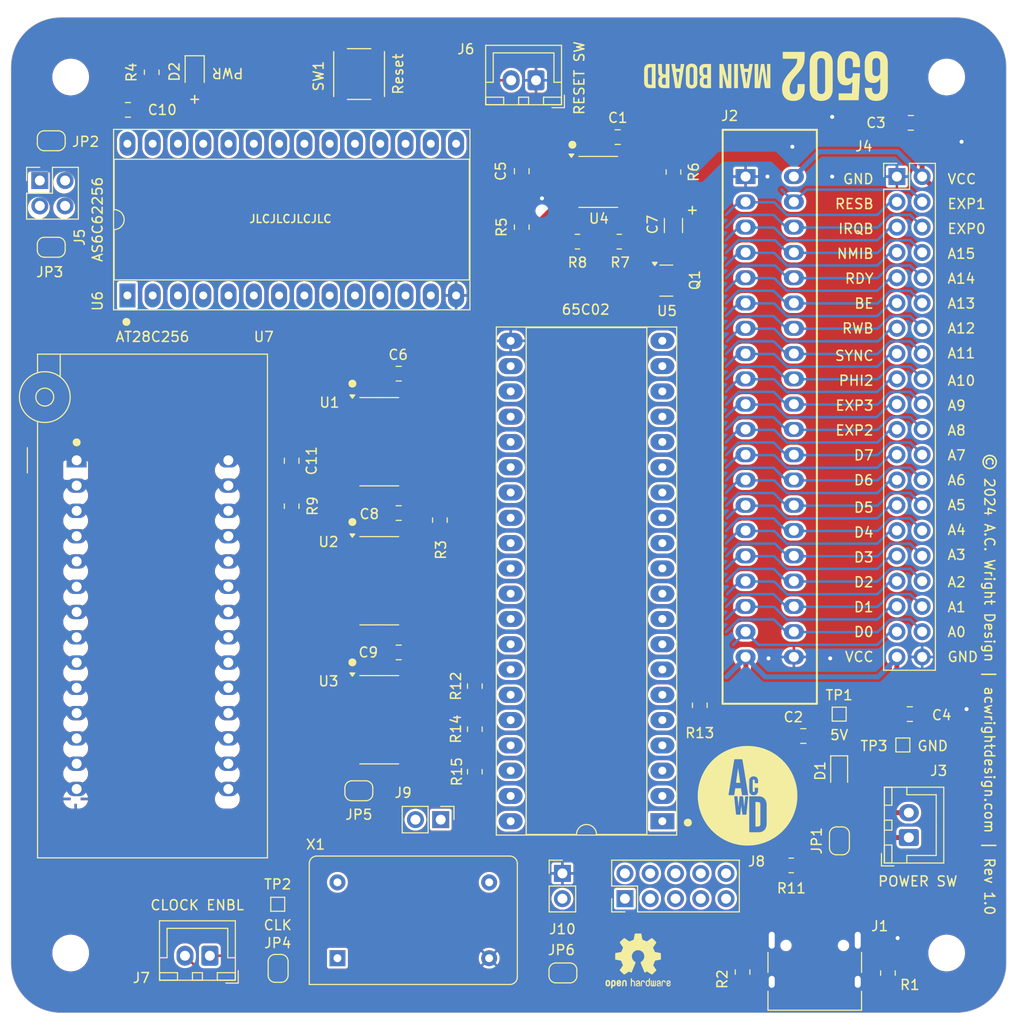
<source format=kicad_pcb>
(kicad_pcb (version 20240108) (generator "pcbnew") (generator_version "8.0")
  (title_block (title "6502 Main Board") (date "2024-04-28") (rev "1.0") (company "A.C. Wright Design"))
  (layers (0 "F.Cu" signal "Top") (31 "B.Cu" signal "Bottom") (34 "B.Paste" user) (35 "F.Paste" user) (36 "B.SilkS" user "B.Silkscreen") (37 "F.SilkS" user "F.Silkscreen") (38 "B.Mask" user) (39 "F.Mask" user) (44 "Edge.Cuts" user))
  (net 0 "")
  (net 1 "GND")
  (net 2 "Net-(D1-A)")
  (net 3 "Net-(D2-K)")
  (net 4 "WB")
  (net 5 "HRDB")
  (net 6 "EXP1")
  (net 7 "EXP0")
  (net 8 "VPB")
  (net 9 "EXP2")
  (net 10 "PHI1O")
  (net 11 "MLB")
  (net 12 "EXP3")
  (net 13 "SOB")
  (net 14 "PHI2O")
  (net 15 "A1")
  (net 16 "D1")
  (net 17 "RDY")
  (net 18 "VCC")
  (net 19 "D2")
  (net 20 "A2")
  (net 21 "IRQB")
  (net 22 "A0")
  (net 23 "A12")
  (net 24 "PHI2")
  (net 25 "A9")
  (net 26 "RESB")
  (net 27 "D6")
  (net 28 "A5")
  (net 29 "A4")
  (net 30 "A15")
  (net 31 "SYNC")
  (net 32 "A10")
  (net 33 "RWB")
  (net 34 "A7")
  (net 35 "D7")
  (net 36 "D3")
  (net 37 "A13")
  (net 38 "D5")
  (net 39 "A6")
  (net 40 "NMIB")
  (net 41 "A11")
  (net 42 "BE")
  (net 43 "D4")
  (net 44 "A14")
  (net 45 "A3")
  (net 46 "D0")
  (net 47 "A8")
  (net 48 "Net-(Q1-B)")
  (net 49 "REB")
  (net 50 "RB")
  (net 52 "Net-(J6-Pin_2)")
  (net 53 "Net-(U4-DIS)")
  (net 54 "Net-(J3-Pin_1)")
  (net 56 "Net-(J1-CC1)")
  (net 62 "Net-(J1-CC2)")
  (net 63 "Net-(J7-Pin_1)")
  (net 64 "Net-(J9-Pin_2)")
  (net 65 "Net-(U4-Q)")
  (net 66 "Net-(U1-Pad3)")
  (net 67 "Net-(U1-Pad13)")
  (net 68 "Net-(U1-Pad11)")
  (net 69 "Net-(U1-Pad10)")
  (net 70 "Net-(U2-Pad10)")
  (net 71 "Net-(U2-Pad12)")
  (net 72 "Net-(U2-Pad11)")
  (net 73 "Net-(U2-Pad3)")
  (net 74 "Net-(U3-Pad5)")
  (footprint "Capacitor_SMD:C_0805_2012Metric" (layer "F.Cu") (at 141.315 65.458 90)
    (property "Reference" "C5")
    (property "Value" "100nF" (hide yes))
  )
  (footprint "Capacitor_SMD:C_0805_2012Metric" (layer "F.Cu") (at 150.95 62.035 180)
    (property "Reference" "C1")
    (property "Value" "100nF" (hide yes))
  )
  (footprint "Capacitor_SMD:C_0805_2012Metric" (layer "F.Cu") (at 169.6 122.2 180)
    (property "Reference" "C2")
    (property "Value" "100nF" (hide yes))
  )
  (footprint "Capacitor_SMD:C_0805_2012Metric" (layer "F.Cu") (at 180.4 60.6 180)
    (property "Reference" "C3")
    (property "Value" "100nF" (hide yes))
  )
  (footprint "Capacitor_SMD:C_0805_2012Metric" (layer "F.Cu") (at 180.3 120 180)
    (property "Reference" "C4")
    (property "Value" "100nF" (hide yes))
  )
  (footprint "LED_SMD:LED_0805_2012Metric" (layer "F.Cu") (at 108.458 55.5475 -90)
    (property "Reference" "D2")
    (property "Value" "LED" (hide yes))
  )
  (footprint "MountingHole:MountingHole_3.2mm_M3" (layer "F.Cu") (at 184 56)
    (property "Reference" "H2" (hide yes))
    (property "Value" "MountingHole" (hide yes))
  )
  (footprint "MountingHole:MountingHole_3.2mm_M3" (layer "F.Cu") (at 96 144)
    (property "Reference" "H4" (hide yes))
    (property "Value" "MountingHole" (hide yes))
  )
  (footprint "Connector_USB:USB_C_Receptacle_HRO_TYPE-C-31-M-12" (layer "F.Cu") (at 170.75 145.845)
    (property "Reference" "J1")
    (property "Value" "USB_C_Receptacle_USB2.0" (hide yes))
  )
  (footprint "Connector_JST:JST_XH_B2B-XH-A_1x02_P2.50mm_Vertical" (layer "F.Cu") (at 180.2 132.4 90)
    (property "Reference" "J3")
    (property "Value" "PWR_SW" (hide yes))
  )
  (footprint "6502 Parts:RHDR40W82P485X254_2X20_5740X93" (layer "F.Cu") (at 163.8 66 -90)
    (property "Reference" "J2")
    (property "Value" "Conn_02x20_Odd_Even" (hide yes))
  )
  (footprint "Jumper:SolderJumper-2_P1.3mm_Open_RoundedPad1.0x1.5mm" (layer "F.Cu") (at 116.84 145.542 -90)
    (property "Reference" "JP4")
    (property "Value" "SolderJumper_2_Open" (hide yes))
  )
  (footprint "Resistor_SMD:R_0805_2012Metric" (layer "F.Cu") (at 178.1 146.0125 90)
    (property "Reference" "R1")
    (property "Value" "5.1k" (hide yes))
  )
  (footprint "Resistor_SMD:R_0805_2012Metric" (layer "F.Cu") (at 104.14 55.5225 90)
    (property "Reference" "R4")
    (property "Value" "330" (hide yes))
  )
  (footprint "Resistor_SMD:R_0805_2012Metric" (layer "F.Cu") (at 141.315 71.0835 -90)
    (property "Reference" "R5")
    (property "Value" "1M" (hide yes))
  )
  (footprint "Resistor_SMD:R_0805_2012Metric" (layer "F.Cu") (at 156.555 65.5425 90)
    (property "Reference" "R6")
    (property "Value" "47k" (hide yes))
  )
  (footprint "Package_SO:SOIC-8_3.9x4.9mm_P1.27mm" (layer "F.Cu") (at 149 66.535)
    (property "Reference" "U4")
    (property "Value" "LM555xM" (hide yes))
  )
  (footprint "Jumper:SolderJumper-2_P1.3mm_Open_RoundedPad1.0x1.5mm" (layer "F.Cu") (at 173.228 132.73 90)
    (property "Reference" "JP1")
    (property "Value" "SolderJumper_2_Open" (hide yes))
  )
  (footprint "MountingHole:MountingHole_3.2mm_M3" (layer "F.Cu") (at 96 56)
    (property "Reference" "H1" (hide yes))
    (property "Value" "MountingHole" (hide yes))
  )
  (footprint "MountingHole:MountingHole_3.2mm_M3" (layer "F.Cu") (at 184 144)
    (property "Reference" "H3" (hide yes))
    (property "Value" "MountingHole" (hide yes))
  )
  (footprint "Connector_JST:JST_XH_B2B-XH-A_1x02_P2.50mm_Vertical" (layer "F.Cu") (at 142.75 56.325 180)
    (property "Reference" "J6")
    (property "Value" "RESET_SW" (hide yes))
  )
  (footprint "Resistor_SMD:R_0805_2012Metric" (layer "F.Cu") (at 163.5 145.9125 90)
    (property "Reference" "R2")
    (property "Value" "5.1k" (hide yes))
  )
  (footprint "Resistor_SMD:R_0805_2012Metric" (layer "F.Cu") (at 146.9125 72.535 180)
    (property "Reference" "R8")
    (property "Value" "1k" (hide yes))
  )
  (footprint "Symbol:OSHW-Logo2_7.3x6mm_SilkScreen" (layer "F.Cu") (at 153 144.8)
    (property "Reference" "REF**" (hide yes))
    (property "Value" "OSHW-Logo2_7.3x6mm_SilkScreen" (hide yes))
  )
  (footprint "Connector_JST:JST_XH_B2B-XH-A_1x02_P2.50mm_Vertical" (layer "F.Cu") (at 109.982 144.272 180)
    (property "Reference" "J7")
    (property "Value" "CLOCK_ENBL_SW" (hide yes))
  )
  (footprint "Connector_PinHeader_2.54mm:PinHeader_2x20_P2.54mm_Vertical" (layer "F.Cu") (at 179 66)
    (property "Reference" "J4")
    (property "Value" "Conn_02x20_Odd_Even" (hide yes))
  )
  (footprint "6502 Parts:SW_TS-1187A-B-A-B" (layer "F.Cu") (at 124.975 55.7 90)
    (property "Reference" "SW1")
    (property "Value" "Reset" (hide yes))
  )
  (footprint "Capacitor_SMD:C_1206_3216Metric" (layer "F.Cu") (at 156.555 70.914 -90)
    (property "Reference" "C7")
    (property "Value" "10uF" (hide yes))
  )
  (footprint "TestPoint:TestPoint_Pad_1.0x1.0mm" (layer "F.Cu") (at 116.8 139.1)
    (property "Reference" "TP2")
    (property "Value" "CLK")
  )
  (footprint "Connector_PinHeader_2.54mm:PinHeader_1x02_P2.54mm_Vertical" (layer "F.Cu") (at 145.4 136)
    (property "Reference" "J10")
    (property "Value" "Conn_01x02" (hide yes))
  )
  (footprint "Package_TO_SOT_SMD:SOT-23" (layer "F.Cu") (at 155.8375 76.45)
    (property "Reference" "Q1")
    (property "Value" "Q_NPN_BEC" (hide yes))
  )
  (footprint "TestPoint:TestPoint_Pad_1.0x1.0mm" (layer "F.Cu") (at 179.6 123.1)
    (property "Reference" "TP3")
    (property "Value" "GND")
  )
  (footprint "Package_SO:SOIC-14_3.9x8.7mm_P1.27mm" (layer "F.Cu") (at 127 106.6)
    (property "Reference" "U2")
    (property "Value" "74HC00" (hide yes))
  )
  (footprint "Package_SO:SOIC-14_3.9x8.7mm_P1.27mm" (layer "F.Cu") (at 127 92.635)
    (property "Reference" "U1")
    (property "Value" "74HC00" (hide yes))
  )
  (footprint "Jumper:SolderJumper-2_P1.3mm_Open_RoundedPad1.0x1.5mm" (layer "F.Cu") (at 94.05 73.1)
    (property "Reference" "JP3")
    (property "Value" "SolderJumper_2_Open" (hide yes))
  )
  (footprint "6502 Logos:6502 Main Board Logo 5mm" (layer "F.Cu") (at 160.6 55.9 180)
    (property "Reference" "G***" (hide yes))
    (property "Value" "LOGO" (hide yes))
  )
  (footprint "Resistor_SMD:R_0805_2012Metric" (layer "F.Cu") (at 136.6 125.7875 90)
    (property "Reference" "R15")
    (property "Value" "1k" (hide yes))
  )
  (footprint "Resistor_SMD:R_0805_2012Metric" (layer "F.Cu") (at 159.2 119.1125 -90)
    (property "Reference" "R13")
    (property "Value" "1k" (hide yes))
  )
  (footprint "Capacitor_SMD:C_0805_2012Metric" (layer "F.Cu") (at 118.2 94.55 90)
    (property "Reference" "C11")
    (property "Value" "100nF" (hide yes))
  )
  (footprint "Capacitor_SMD:C_0805_2012Metric" (layer "F.Cu") (at 128.95 85.8 180)
    (property "Reference" "C6")
    (property "Value" "100nF" (hide yes))
  )
  (footprint "Capacitor_SMD:C_0805_2012Metric" (layer "F.Cu") (at 101.75 59.3)
    (property "Reference" "C10")
    (property "Value" "100nF" (hide yes))
  )
  (footprint "Package_SO:SOIC-14_3.9x8.7mm_P1.27mm" (layer "F.Cu") (at 127 120.565)
    (property "Reference" "U3")
    (property "Value" "74HC00" (hide yes))
  )
  (footprint "Diode_SMD:D_SOD-323F" (layer "F.Cu") (at 173.2 125.8 -90)
    (property "Reference" "D1")
    (property "Value" "1N5819" (hide yes))
  )
  (footprint "Resistor_SMD:R_0805_2012Metric" (layer "F.Cu") (at 133.0875 100.5125 -90)
    (property "Reference" "R3")
    (property "Value" "1k" (hide yes))
  )
  (footprint "Connector_PinHeader_2.54mm:PinHeader_2x05_P2.54mm_Vertical" (layer "F.Cu") (at 151.68 138.54 90)
    (property "Reference" "J8")
    (property "Value" "Conn_02x05_Odd_Even" (hide yes))
  )
  (footprint "Capacitor_SMD:C_0805_2012Metric" (layer "F.Cu") (at 128.95 99.8 180)
    (property "Reference" "C8")
    (property "Value" "100nF" (hide yes))
  )
  (footprint "Connector_PinHeader_2.54mm:PinHeader_1x02_P2.54mm_Vertical" (layer "F.Cu") (at 133.175 130.6 -90)
    (property "Reference" "J9")
    (property "Value" "Conn_02x01" (hide yes))
  )
  (footprint "Jumper:SolderJumper-2_P1.3mm_Open_RoundedPad1.0x1.5mm" (layer "F.Cu") (at 94.05 62.4)
    (property "Reference" "JP2")
    (property "Value" "SolderJumper_2_Open" (hide yes))
  )
  (footprint "A.C. Wright Logo:A.C. Wright Logo 10mm" (layer "F.Cu") (at 164 128.2)
    (property "Reference" "G***" (hide yes))
    (property "Value" "LOGO" (hide yes))
  )
  (footprint "Resistor_SMD:R_0805_2012Metric" (layer "F.Cu") (at 136.6 117.1875 90)
    (property "Reference" "R12")
    (property "Value" "1k" (hide yes))
  )
  (footprint "Resistor_SMD:R_0805_2012Metric" (layer "F.Cu") (at 151.1125 72.535)
    (property "Reference" "R7")
    (property "Value" "10k" (hide yes))
  )
  (footprint "Capacitor_SMD:C_0805_2012Metric" (layer "F.Cu") (at 128.95 113.8 180)
    (property "Reference" "C9")
    (property "Value" "100nF" (hide yes))
  )
  (footprint "TestPoint:TestPoint_Pad_1.0x1.0mm" (layer "F.Cu") (at 173.2 120)
    (property "Reference" "TP1")
    (property "Value" "5V")
  )
  (footprint "Resistor_SMD:R_0805_2012Metric" (layer "F.Cu") (at 118.2 99.1125 90)
    (property "Reference" "R9")
    (property "Value" "1k" (hide yes))
  )
  (footprint "Resistor_SMD:R_0805_2012Metric" (layer "F.Cu") (at 136.6 121.5125 -90)
    (property "Reference" "R14")
    (property "Value" "1k" (hide yes))
  )
  (footprint "Jumper:SolderJumper-2_P1.3mm_Open_RoundedPad1.0x1.5mm" (layer "F.Cu") (at 145.45 146)
    (property "Reference" "JP6")
    (property "Value" "SolderJumper_2_Open" (hide yes))
  )
  (footprint "Jumper:SolderJumper-2_P1.3mm_Open_RoundedPad1.0x1.5mm" (layer "F.Cu") (at 124.95 127.7 180)
    (property "Reference" "JP5")
    (property "Value" "SolderJumper_2_Open" (hide yes))
  )
  (footprint "Socket:DIP_Socket-28_W11.9_W12.7_W15.24_W17.78_W18.5_3M_228-1277-00-0602J" (layer "F.Cu") (at 96.6 94.5)
    (property "Reference" "U7")
    (property "Value" "AT28C256")
  )
  (footprint "Resistor_SMD:R_0805_2012Metric" (layer "F.Cu") (at 168.3875 135.2)
    (property "Reference" "R11")
    (property "Value" "1k" (hide yes))
  )
  (footprint "Package_DIP:DIP-28_W15.24mm_Socket_LongPads" (layer "F.Cu") (at 101.7 77.94 90)
    (property "Reference" "U6")
    (property "Value" "AS6C62256")
  )
  (footprint "Connector_PinHeader_2.54mm:PinHeader_2x02_P2.54mm_Vertical" (layer "F.Cu") (at 92.9 66.4)
    (property "Reference" "J5")
    (property "Value" "Conn_02x02_Odd_Even" (hide yes))
  )
  (footprint "Package_DIP:DIP-40_W15.24mm_Socket_LongPads" (layer "F.Cu") (at 155.44 130.76 180)
    (property "Reference" "U5")
    (property "Value" "65C02")
  )
  (footprint "Oscillator:Oscillator_DIP-14" (layer "F.Cu") (at 122.8 144.52)
    (property "Reference" "X1")
    (property "Value" "OCXO-14" (hide yes))
  )
  (gr_circle (center 146.4 62.8) (end 146.6 62.8) (stroke (width 0.4)) (fill none) (layer "F.SilkS"))
  (gr_circle (center 124.3 86.8) (end 124.5 86.8) (stroke (width 0.4)) (fill none) (layer "F.SilkS"))
  (gr_circle (center 158 130.9) (end 158.2 130.9) (stroke (width 0.4)) (fill none) (layer "F.SilkS"))
  (gr_circle (center 124.3 114.8) (end 124.5 114.8) (stroke (width 0.4)) (fill none) (layer "F.SilkS"))
  (gr_circle (center 124.3 100.7) (end 124.5 100.7) (stroke (width 0.4)) (fill none) (layer "F.SilkS"))
  (gr_circle (center 101.6 80.6) (end 101.8 80.6) (stroke (width 0.4)) (fill none) (layer "F.SilkS"))
  (gr_circle (center 96.6 92.7) (end 96.8 92.7) (stroke (width 0.4)) (fill none) (layer "F.SilkS"))
  (gr_line (start 90.0011 145.0036) (end 90.0011 55.0036) (stroke (width 0.05)) (layer "Edge.Cuts"))
  (gr_arc (start 95.0011 150.0036) (mid 91.465566 148.539134) (end 90.0011 145.0036) (stroke (width 0.05)) (layer "Edge.Cuts"))
  (gr_line (start 190.0011 55.0036) (end 190.0011 145.0036) (stroke (width 0.05)) (layer "Edge.Cuts"))
  (gr_arc (start 190.0011 145.0036) (mid 188.536634 148.539134) (end 185.0011 150.0036) (stroke (width 0.05)) (layer "Edge.Cuts"))
  (gr_arc (start 185.0011 50.0036) (mid 188.536634 51.468066) (end 190.0011 55.0036) (stroke (width 0.05)) (layer "Edge.Cuts"))
  (gr_line (start 95.0011 50.0036) (end 185.0011 50.0036) (stroke (width 0.05)) (layer "Edge.Cuts"))
  (gr_line (start 185.0011 150.0036) (end 95.0011 150.0036) (stroke (width 0.05)) (layer "Edge.Cuts"))
  (gr_arc (start 90.0011 55.0036) (mid 91.465566 51.468066) (end 95.0011 50.0036) (stroke (width 0.05)) (layer "Edge.Cuts"))
  (gr_text "VCC" (at 176.75 114.25 0) (layer "F.SilkS") (effects (font (size 1 1)) (justify right)))
  (gr_text "A10" (at 184 86.5 0) (layer "F.SilkS") (effects (font (size 1 1)) (justify left)))
  (gr_text "A2" (at 184 106.75 0) (layer "F.SilkS") (effects (font (size 1 1)) (justify left)))
  (gr_text "GND\n" (at 176.75 66.25 0) (layer "F.SilkS") (effects (font (size 1 1)) (justify right)))
  (gr_text "D0" (at 176.75 111.75 0) (layer "F.SilkS") (effects (font (size 1 1)) (justify right)))
  (gr_text "RWB" (at 176.75 81.25 0) (layer "F.SilkS") (effects (font (size 1 1)) (justify right)))
  (gr_text "BE" (at 176.75 78.75 0) (layer "F.SilkS") (effects (font (size 1 1)) (justify right)))
  (gr_text "RESB" (at 176.75 68.75 0) (layer "F.SilkS") (effects (font (size 1 1)) (justify right)))
  (gr_text "A3" (at 184 104 0) (layer "F.SilkS") (effects (font (size 1 1)) (justify left)))
  (gr_text "EXP2" (at 176.75 91.5 0) (layer "F.SilkS") (effects (font (size 1 1)) (justify right)))
  (gr_text "D5" (at 176.75 99.25 0) (layer "F.SilkS") (effects (font (size 1 1)) (justify right)))
  (gr_text "A13" (at 184 78.75 0) (layer "F.SilkS") (effects (font (size 1 1)) (justify left)))
  (gr_text "D2" (at 176.75 106.75 0) (layer "F.SilkS") (effects (font (size 1 1)) (justify right)))
  (gr_text "D3" (at 176.75 104.25 0) (layer "F.SilkS") (effects (font (size 1 1)) (justify right)))
  (gr_text "EXP0" (at 184 71.25 0) (layer "F.SilkS") (effects (font (size 1 1)) (justify left)))
  (gr_text "A6" (at 184 96.5 0) (layer "F.SilkS") (effects (font (size 1 1)) (justify left)))
  (gr_text "RESET SW" (at 147.1 56.1 90) (layer "F.SilkS") (effects (font (size 1 1))))
  (gr_text "A7" (at 184 94 0) (layer "F.SilkS") (effects (font (size 1 1)) (justify left)))
  (gr_text "A0" (at 184 111.75 0) (layer "F.SilkS") (effects (font (size 1 1)) (justify left)))
  (gr_text "D7" (at 176.75 94 0) (layer "F.SilkS") (effects (font (size 1 1)) (justify right)))
  (gr_text "+" (at 158.453 69.312 0) (layer "F.SilkS") (effects (font (size 1 1))))
  (gr_text "D6" (at 176.75 96.5 0) (layer "F.SilkS") (effects (font (size 1 1)) (justify right)))
  (gr_text "A11" (at 184 83.75 0) (layer "F.SilkS") (effects (font (size 1 1)) (justify left)))
  (gr_text "A12" (at 184 81.25 0) (layer "F.SilkS") (effects (font (size 1 1)) (justify left)))
  (gr_text "POWER SW" (at 181.1 136.8 0) (layer "F.SilkS") (effects (font (size 1 1))))
  (gr_text "SYNC" (at 176.75 84 0) (layer "F.SilkS") (effects (font (size 1 1)) (justify right)))
  (gr_text "D4" (at 176.75 101.75 0) (layer "F.SilkS") (effects (font (size 1 1)) (justify right)))
  (gr_text "Reset" (at 128.9 55.7 90) (layer "F.SilkS") (effects (font (size 1 1))))
  (gr_text "IRQB" (at 176.75 71.25 0) (layer "F.SilkS") (effects (font (size 1 1)) (justify right)))
  (gr_text "JLCJLCJLCJLC" (at 118.075 70.25 0) (layer "F.SilkS") (effects (font (size 0.8 0.8))))
  (gr_text "A9" (at 184 89 0) (layer "F.SilkS") (effects (font (size 1 1)) (justify left)))
  (gr_text "CLOCK ENBL" (at 108.712 139.192 0) (layer "F.SilkS") (effects (font (size 1 1))))
  (gr_text "A14" (at 184 76.25 0) (layer "F.SilkS") (effects (font (size 1 1)) (justify left)))
  (gr_text "EXP1" (at 184 68.75 0) (layer "F.SilkS") (effects (font (size 1 1)) (justify left)))
  (gr_text "GND\n" (at 184 114.25 0) (layer "F.SilkS") (effects (font (size 1 1)) (justify left)))
  (gr_text "+" (at 108.458 58.166 0) (layer "F.SilkS") (effects (font (size 1 1))))
  (gr_text "A1" (at 184 109.25 0) (layer "F.SilkS") (effects (font (size 1 1)) (justify left)))
  (gr_text "RDY" (at 176.75 76.25 0) (layer "F.SilkS") (effects (font (size 1 1)) (justify right)))
  (gr_text "A8" (at 184 91.5 0) (layer "F.SilkS") (effects (font (size 1 1)) (justify left)))
  (gr_text "NMIB" (at 176.75 73.75 0) (layer "F.SilkS") (effects (font (size 1 1)) (justify right)))
  (gr_text "D1" (at 176.75 109.25 0) (layer "F.SilkS") (effects (font (size 1 1)) (justify right)))
  (gr_text "EXP3" (at 176.75 89 0) (layer "F.SilkS") (effects (font (size 1 1)) (justify right)))
  (gr_text "VCC" (at 184 66.25 0) (layer "F.SilkS") (effects (font (size 1 1)) (justify left)))
  (gr_text "PWR" (at 110.1 55.6 180) (layer "F.SilkS") (effects (font (size 1 1)) (justify right)))
  (gr_text "A15" (at 184 73.75 0) (layer "F.SilkS") (effects (font (size 1 1)) (justify left)))
  (gr_text "PHI2" (at 176.75 86.5 0) (layer "F.SilkS") (effects (font (size 1 1)) (justify right)))
  (gr_text "© 2024 A.C. Wright Design | acwrightdesign.com | Rev 1.0" (at 188.3 117 270) (layer "F.SilkS") (effects (font (size 1 1))))
  (gr_text "A5" (at 184 99 0) (layer "F.SilkS") (effects (font (size 1 1)) (justify left)))
  (gr_text "A4" (at 184 101.5 0) (layer "F.SilkS") (effects (font (size 1 1)) (justify left)))
  (segment (start 174 141.8) (end 174.155 141.8) (width 0.25) (layer "F.Cu") (net 1))
  (via (at 172.3 114.4) (size 0.8) (drill 0.4) (layers "F.Cu" "B.Cu") (net 1))
  (via (at 179.074 142.5) (size 0.8) (drill 0.4) (layers "F.Cu" "B.Cu") (net 1))
  (via (at 166 66) (size 0.8) (drill 0.4) (layers "F.Cu" "B.Cu") (net 1))
  (via (at 166.1 114.4) (size 0.8) (drill 0.4) (layers "F.Cu" "B.Cu") (net 1))
  (via (at 172.5 60) (size 0.8) (drill 0.4) (layers "F.Cu" "B.Cu") (net 1))
  (via (at 185.5 62.5) (size 0.8) (drill 0.4) (layers "F.Cu" "B.Cu") (net 1))
  (via (at 168.5 63) (size 0.8) (drill 0.4) (layers "F.Cu" "B.Cu") (net 1))
  (via (at 186 119.5) (size 0.8) (drill 0.4) (layers "F.Cu" "B.Cu") (net 1))
  (via (at 172.5 66) (size 0.8) (drill 0.4) (layers "F.Cu" "B.Cu") (net 1))
  (segment (start 173.2 126.9) (end 173.25 126.95) (width 0.25) (layer "F.Cu") (net 2))
  (segment (start 176.8 129.9) (end 180.2 129.9) (width 0.5) (layer "F.Cu") (net 2))
  (segment (start 173.25 132.058) (end 173.228 132.08) (width 0.25) (layer "F.Cu") (net 2))
  (segment (start 174.62 132.08) (end 176.8 129.9) (width 0.5) (layer "F.Cu") (net 2))
  (segment (start 173.228 132.08) (end 174.62 132.08) (width 0.5) (layer "F.Cu") (net 2))
  (segment (start 173.25 126.95) (end 173.25 132.058) (width 0.5) (layer "F.Cu") (net 2))
  (segment (start 108.458 54.61) (end 104.14 54.61) (width 0.25) (layer "F.Cu") (net 3))
  (segment (start 168.681 68.58) (end 168.681 68.555) (width 0.25) (layer "B.Cu") (net 6))
  (segment (start 180.34 67.31) (end 181.61 68.58) (width 0.25) (layer "B.Cu") (net 6))
  (segment (start 168.681 68.555) (end 169.926 67.31) (width 0.25) (layer "B.Cu") (net 6))
  (segment (start 169.926 67.31) (end 180.34 67.31) (width 0.25) (layer "B.Cu") (net 6))
  (segment (start 167.411 67.31) (end 168.681 68.58) (width 0.25) (layer "B.Cu") (net 6))
  (segment (start 177.063174 71.12) (end 178.333174 69.85) (width 0.25) (layer "B.Cu") (net 7))
  (segment (start 166.624 69.85) (end 167.894 71.12) (width 0.25) (layer "B.Cu") (net 7))
  (segment (start 163.093174 69.85) (end 166.624 69.85) (width 0.25) (layer "B.Cu") (net 7))
  (segment (start 167.894 71.12) (end 168.681 71.12) (width 0.25) (layer "B.Cu") (net 7))
  (segment (start 178.333174 69.85) (end 180.34 69.85) (width 0.25) (layer "B.Cu") (net 7))
  (segment (start 168.681 71.12) (end 177.063174 71.12) (width 0.25) (layer "B.Cu") (net 7))
  (segment (start 180.34 69.85) (end 181.61 71.12) (width 0.25) (layer "B.Cu") (net 7))
  (segment (start 161.823174 71.12) (end 163.093174 69.85) (width 0.25) (layer "B.Cu") (net 7))
  (segment (start 166.674174 91.44) (end 167.944174 92.71) (width 0.25) (layer "B.Cu") (net 9))
  (segment (start 161.798 92.71) (end 163.068 91.44) (width 0.25) (layer "B.Cu") (net 9))
  (segment (start 167.944174 92.71) (end 177.038 92.71) (width 0.25) (layer "B.Cu") (net 9))
  (segment (start 163.83 91.44) (end 166.674174 91.44) (width 0.25) (layer "B.Cu") (net 9))
  (segment (start 178.308 91.44) (end 179.07 91.44) (width 0.25) (layer "B.Cu") (net 9))
  (segment (start 177.038 92.71) (end 178.308 91.44) (width 0.25) (layer "B.Cu") (net 9))
  (segment (start 163.068 91.44) (end 163.83 91.44) (width 0.25) (layer "B.Cu") (net 9))
  (segment (start 163.068 88.9) (end 163.83 88.9) (width 0.25) (layer "B.Cu") (net 12))
  (segment (start 163.83 88.9) (end 166.674174 88.9) (width 0.25) (layer "B.Cu") (net 12))
  (segment (start 161.798 90.17) (end 163.068 88.9) (width 0.25) (layer "B.Cu") (net 12))
  (segment (start 167.944174 90.17) (end 176.9745 90.17) (width 0.25) (layer "B.Cu") (net 12))
  (segment (start 178.2445 88.9) (end 179.07 88.9) (width 0.25) (layer "B.Cu") (net 12))
  (segment (start 176.9745 90.17) (end 178.2445 88.9) (width 0.25) (layer "B.Cu") (net 12))
  (segment (start 166.674174 88.9) (end 167.944174 90.17) (width 0.25) (layer "B.Cu") (net 12))
  (segment (start 163.093174 107.95) (end 166.624 107.95) (width 0.25) (layer "B.Cu") (net 15))
  (segment (start 161.823174 109.22) (end 163.093174 107.95) (width 0.25) (layer "B.Cu") (net 15))
  (segment (start 177.063174 109.22) (end 178.333174 107.95) (width 0.25) (layer "B.Cu") (net 15))
  (segment (start 168.681 109.22) (end 177.063174 109.22) (width 0.25) (layer "B.Cu") (net 15))
  (segment (start 178.333174 107.95) (end 180.34 107.95) (width 0.25) (layer "B.Cu") (net 15))
  (segment (start 180.34 107.95) (end 181.61 109.22) (width 0.25) (layer "B.Cu") (net 15))
  (segment (start 167.894 109.22) (end 168.681 109.22) (width 0.25) (layer "B.Cu") (net 15))
  (segment (start 166.624 107.95) (end 167.894 109.22) (width 0.25) (layer "B.Cu") (net 15))
  (segment (start 178.308 109.22) (end 179.07 109.22) (width 0.25) (layer "B.Cu") (net 16))
  (segment (start 163.83 109.22) (end 166.674174 109.22) (width 0.25) (layer "B.Cu") (net 16))
  (segment (start 166.674174 109.22) (end 167.944174 110.49) (width 0.25) (layer "B.Cu") (net 16))
  (segment (start 161.798 110.49) (end 163.068 109.22) (width 0.25) (layer "B.Cu") (net 16))
  (segment (start 177.038 110.49) (end 178.308 109.22) (width 0.25) (layer "B.Cu") (net 16))
  (segment (start 167.944174 110.49) (end 177.038 110.49) (width 0.25) (layer "B.Cu") (net 16))
  (segment (start 163.068 109.22) (end 163.83 109.22) (width 0.25) (layer "B.Cu") (net 16))
  (segment (start 167.944174 77.47) (end 177.038 77.47) (width 0.25) (layer "B.Cu") (net 17))
  (segment (start 163.068 76.2) (end 163.83 76.2) (width 0.25) (layer "B.Cu") (net 17))
  (segment (start 166.674174 76.2) (end 167.944174 77.47) (width 0.25) (layer "B.Cu") (net 17))
  (segment (start 161.798 77.47) (end 163.068 76.2) (width 0.25) (layer "B.Cu") (net 17))
  (segment (start 178.308 76.2) (end 179.07 76.2) (width 0.25) (layer "B.Cu") (net 17))
  (segment (start 177.038 77.47) (end 178.308 76.2) (width 0.25) (layer "B.Cu") (net 17))
  (segment (start 163.83 76.2) (end 166.674174 76.2) (width 0.25) (layer "B.Cu") (net 17))
  (segment (start 179.456 116.708) (end 179 116.252) (width 0.5) (layer "F.Cu") (net 18))
  (segment (start 179.35 116.814) (end 179.35 120) (width 0.5) (layer "F.Cu") (net 18))
  (segment (start 181.54 60.79) (end 181.35 60.6) (width 0.5) (layer "F.Cu") (net 18))
  (segment (start 146.525 68.44) (end 145.125 68.44) (width 0.5) (layer "F.Cu") (net 18))
  (segment (start 173.2 120) (end 179.35 120) (width 0.5) (layer "F.Cu") (net 18))
  (segment (start 141.569 71.996) (end 141.315 71.996) (width 0.5) (layer "F.Cu") (net 18))
  (segment (start 168.681 66.04) (end 168.656 66.04) (width 0.5) (layer "F.Cu") (net 18))
  (segment (start 179 116.252) (end 179 114.37) (width 0.5) (layer "F.Cu") (net 18))
  (segment (start 156.555 64.63) (end 151.475 64.63) (width 0.5) (layer "F.Cu") (net 18))
  (segment (start 165.5 122.2) (end 168.65 122.2) (width 0.5) (layer "F.Cu") (net 18))
  (segment (start 183.774 116.708) (end 184.404 116.078) (width 0.5) (layer "F.Cu") (net 18))
  (segment (start 179 114.37) (end 179.07 114.3) (width 0.5) (layer "F.Cu") (net 18))
  (segment (start 148.173 68.44) (end 146.525 68.44) (width 0.5) (layer "F.Cu") (net 18))
  (segment (start 151.475 64.63) (end 149.951 64.63) (width 0.5) (layer "F.Cu") (net 18))
  (segment (start 184.404 116.078) (end 184.404 68.834) (width 0.5) (layer "F.Cu") (net 18))
  (segment (start 163.83 114.3) (end 163.83 120.53) (width 0.5) (layer "F.Cu") (net 18))
  (segment (start 149.951 64.63) (end 149.189 65.392) (width 0.5) (layer "F.Cu") (net 18))
  (segment (start 184.404 68.834) (end 181.61 66.04) (width 0.5) (layer "F.Cu") (net 18))
  (segment (start 163.83 120.53) (end 165.5 122.2) (width 0.5) (layer "F.Cu") (net 18))
  (segment (start 181.54 66) (end 181.54 60.79) (width 0.5) (layer "F.Cu") (net 18))
  (segment (start 149.189 67.424) (end 148.173 68.44) (width 0.5) (layer "F.Cu") (net 18))
  (segment (start 145.125 68.44) (end 141.569 71.996) (width 0.5) (layer "F.Cu") (net 18))
  (segment (start 179.456 116.708) (end 179.35 116.814) (width 0.5) (layer "F.Cu") (net 18))
  (segment (start 179.456 116.708) (end 183.774 116.708) (width 0.5) (layer "F.Cu") (net 18))
  (segment (start 173.2 124.7) (end 173.2 120) (width 0.5) (layer "F.Cu") (net 18))
  (segment (start 149.189 65.392) (end 149.189 67.424) (width 0.5) (layer "F.Cu") (net 18))
  (segment (start 179.07 63.5) (end 181.61 66.04) (width 0.5) (layer "B.Cu") (net 18))
  (segment (start 163.83 114.3) (end 165.78 116.25) (width 0.5) (layer "B.Cu") (net 18))
  (segment (start 165.78 116.25) (end 177.12 116.25) (width 0.5) (layer "B.Cu") (net 18))
  (segment (start 177.12 116.25) (end 179.07 114.3) (width 0.5) (layer "B.Cu") (net 18))
  (segment (start 168.656 66.015) (end 168.681 66.04) (width 0.5) (layer "B.Cu") (net 18))
  (segment (start 168.681 66.015) (end 171.196 63.5) (width 0.5) (layer "B.Cu") (net 18))
  (segment (start 171.196 63.5) (end 179.07 63.5) (width 0.5) (layer "B.Cu") (net 18))
  (segment (start 168.681 66.04) (end 168.681 66.015) (width 0.5) (layer "B.Cu") (net 18))
  (segment (start 161.88 116.25) (end 163.83 114.3) (width 0.5) (layer "B.Cu") (net 18))
  (segment (start 163.195 106.68) (end 163.83 106.68) (width 0.25) (layer "B.Cu") (net 19))
  (segment (start 163.83 106.68) (end 166.674174 106.68) (width 0.25) (layer "B.Cu") (net 19))
  (segment (start 166.674174 106.68) (end 167.944174 107.95) (width 0.25) (layer "B.Cu") (net 19))
  (segment (start 177.038 107.95) (end 178.308 106.68) (width 0.25) (layer "B.Cu") (net 19))
  (segment (start 178.308 106.68) (end 179.07 106.68) (width 0.25) (layer "B.Cu") (net 19))
  (segment (start 161.925 107.95) (end 163.195 106.68) (width 0.25) (layer "B.Cu") (net 19))
  (segment (start 167.944174 107.95) (end 177.038 107.95) (width 0.25) (layer "B.Cu") (net 19))
  (segment (start 163.093174 105.41) (end 166.6365 105.41) (width 0.25) (layer "B.Cu") (net 20))
  (segment (start 180.34 105.41) (end 181.61 106.68) (width 0.25) (layer "B.Cu") (net 20))
  (segment (start 168.681 106.68) (end 177.063174 106.68) (width 0.25) (layer "B.Cu") (net 20))
  (segment (start 178.333174 105.41) (end 180.34 105.41) (width 0.25) (layer "B.Cu") (net 20))
  (segment (start 161.823174 106.68) (end 163.093174 105.41) (width 0.25) (layer "B.Cu") (net 20))
  (segment (start 167.9065 106.68) (end 168.681 106.68) (width 0.25) (layer "B.Cu") (net 20))
  (segment (start 166.6365 105.41) (end 167.9065 106.68) (width 0.25) (layer "B.Cu") (net 20))
  (segment (start 177.063174 106.68) (end 178.333174 105.41) (width 0.25) (layer "B.Cu") (net 20))
  (segment (start 166.674174 71.12) (end 167.944174 72.39) (width 0.25) (layer "B.Cu") (net 21))
  (segment (start 161.798 72.39) (end 163.068 71.12) (width 0.25) (layer "B.Cu") (net 21))
  (segment (start 163.83 71.12) (end 166.674174 71.12) (width 0.25) (layer "B.Cu") (net 21))
  (segment (start 163.068 71.12) (end 163.83 71.12) (width 0.25) (layer "B.Cu") (net 21))
  (segment (start 177.038 72.39) (end 178.308 71.12) (width 0.25) (layer "B.Cu") (net 21))
  (segment (start 167.944174 72.39) (end 177.038 72.39) (width 0.25) (layer "B.Cu") (net 21))
  (segment (start 178.308 71.12) (end 179.07 71.12) (width 0.25) (layer "B.Cu") (net 21))
  (segment (start 167.9065 111.76) (end 168.681 111.76) (width 0.25) (layer "B.Cu") (net 22))
  (segment (start 163.093174 110.49) (end 166.6365 110.49) (width 0.25) (layer "B.Cu") (net 22))
  (segment (start 177.063174 111.76) (end 178.333174 110.49) (width 0.25) (layer "B.Cu") (net 22))
  (segment (start 180.34 110.49) (end 181.61 111.76) (width 0.25) (layer "B.Cu") (net 22))
  (segment (start 168.681 111.76) (end 177.063174 111.76) (width 0.25) (layer "B.Cu") (net 22))
  (segment (start 161.823174 111.76) (end 163.093174 110.49) (width 0.25) (layer "B.Cu") (net 22))
  (segment (start 178.333174 110.49) (end 180.34 110.49) (width 0.25) (layer "B.Cu") (net 22))
  (segment (start 166.6365 110.49) (end 167.9065 111.76) (width 0.25) (layer "B.Cu") (net 22))
  (segment (start 168.681 81.28) (end 177.063174 81.28) (width 0.25) (layer "B.Cu") (net 23))
  (segment (start 180.34 80.01) (end 181.61 81.28) (width 0.25) (layer "B.Cu") (net 23))
  (segment (start 177.063174 81.28) (end 178.333174 80.01) (width 0.25) (layer "B.Cu") (net 23))
  (segment (start 167.894 81.28) (end 168.681 81.28) (width 0.25) (layer "B.Cu") (net 23))
  (segment (start 178.333174 80.01) (end 180.34 80.01) (width 0.25) (layer "B.Cu") (net 23))
  (segment (start 166.624 80.01) (end 167.894 81.28) (width 0.25) (layer "B.Cu") (net 23))
  (segment (start 161.823174 81.28) (end 163.093174 80.01) (width 0.25) (layer "B.Cu") (net 23))
  (segment (start 163.093174 80.01) (end 166.624 80.01) (width 0.25) (layer "B.Cu") (net 23))
  (segment (start 107.482 144.272) (end 109.402 146.192) (width 0.25) (layer "F.Cu") (net 24))
  (segment (start 109.402 146.192) (end 116.84 146.192) (width 0.25) (layer "F.Cu") (net 24))
  (segment (start 178.308 86.36) (end 179.07 86.36) (width 0.25) (layer "B.Cu") (net 24))
  (segment (start 177.038 87.63) (end 178.308 86.36) (width 0.25) (layer "B.Cu") (net 24))
  (segment (start 163.068 86.36) (end 163.83 86.36) (width 0.25) (layer "B.Cu") (net 24))
  (segment (start 163.83 86.36) (end 166.674174 86.36) (width 0.25) (layer "B.Cu") (net 24))
  (segment (start 167.944174 87.63) (end 177.038 87.63) (width 0.25) (layer "B.Cu") (net 24))
  (segment (start 161.798 87.63) (end 163.068 86.36) (width 0.25) (layer "B.Cu") (net 24))
  (segment (start 166.674174 86.36) (end 167.944174 87.63) (width 0.25) (layer "B.Cu") (net 24))
  (segment (start 163.093174 87.63) (end 166.624 87.63) (width 0.25) (layer "B.Cu") (net 25))
  (segment (start 180.34 87.63) (end 181.61 88.9) (width 0.25) (layer "B.Cu") (net 25))
  (segment (start 166.624 87.63) (end 167.894 88.9) (width 0.25) (layer "B.Cu") (net 25))
  (segment (start 161.823174 88.9) (end 163.093174 87.63) (width 0.25) (layer "B.Cu") (net 25))
  (segment (start 167.894 88.9) (end 168.681 88.9) (width 0.25) (layer "B.Cu") (net 25))
  (segment (start 177.063174 88.9) (end 178.333174 87.63) (width 0.25) (layer "B.Cu") (net 25))
  (segment (start 168.681 88.9) (end 177.063174 88.9) (width 0.25) (layer "B.Cu") (net 25))
  (segment (start 178.333174 87.63) (end 180.34 87.63) (width 0.25) (layer "B.Cu") (net 25))
  (segment (start 163.83 68.58) (end 166.674174 68.58) (width 0.25) (layer "B.Cu") (net 26))
  (segment (start 161.798 69.85) (end 163.068 68.58) (width 0.25) (layer "B.Cu") (net 26))
  (segment (start 177.038 69.85) (end 178.308 68.58) (width 0.25) (layer "B.Cu") (net 26))
  (segment (start 163.068 68.58) (end 163.83 68.58) (width 0.25) (layer "B.Cu") (net 26))
  (segment (start 166.674174 68.58) (end 167.944174 69.85) (width 0.25) (layer "B.Cu") (net 26))
  (segment (start 167.944174 69.85) (end 177.038 69.85) (width 0.25) (layer "B.Cu") (net 26))
  (segment (start 178.308 68.58) (end 179.07 68.58) (width 0.25) (layer "B.Cu") (net 26))
  (segment (start 161.798 97.79) (end 163.068 96.52) (width 0.25) (layer "B.Cu") (net 27))
  (segment (start 166.674174 96.52) (end 167.944174 97.79) (width 0.25) (layer "B.Cu") (net 27))
  (segment (start 178.308 96.52) (end 179.07 96.52) (width 0.25) (layer "B.Cu") (net 27))
  (segment (start 167.944174 97.79) (end 177.038 97.79) (width 0.25) (layer "B.Cu") (net 27))
  (segment (start 163.83 96.52) (end 166.674174 96.52) (width 0.25) (layer "B.Cu") (net 27))
  (segment (start 163.068 96.52) (end 163.83 96.52) (width 0.25) (layer "B.Cu") (net 27))
  (segment (start 177.038 97.79) (end 178.308 96.52) (width 0.25) (layer "B.Cu") (net 27))
  (segment (start 167.894 99.06) (end 168.681 99.06) (width 0.25) (layer "B.Cu") (net 28))
  (segment (start 177.063174 99.06) (end 178.333174 97.79) (width 0.25) (layer "B.Cu") (net 28))
  (segment (start 180.34 97.79) (end 181.61 99.06) (width 0.25) (layer "B.Cu") (net 28))
  (segment (start 163.093174 97.79) (end 166.624 97.79) (width 0.25) (layer "B.Cu") (net 28))
  (segment (start 178.333174 97.79) (end 180.34 97.79) (width 0.25) (layer "B.Cu") (net 28))
  (segment (start 166.624 97.79) (end 167.894 99.06) (width 0.25) (layer "B.Cu") (net 28))
  (segment (start 168.681 99.06) (end 177.063174 99.06) (width 0.25) (layer "B.Cu") (net 28))
  (segment (start 161.823174 99.06) (end 163.093174 97.79) (width 0.25) (layer "B.Cu") (net 28))
  (segment (start 177.063174 101.6) (end 178.333174 100.33) (width 0.25) (layer "B.Cu") (net 29))
  (segment (start 161.823174 101.6) (end 163.093174 100.33) (width 0.25) (layer "B.Cu") (net 29))
  (segment (start 168.681 101.6) (end 177.063174 101.6) (width 0.25) (layer "B.Cu") (net 29))
  (segment (start 163.093174 100.33) (end 166.624 100.33) (width 0.25) (layer "B.Cu") (net 29))
  (segment (start 166.624 100.33) (end 167.894 101.6) (width 0.25) (layer "B.Cu") (net 29))
  (segment (start 178.333174 100.33) (end 180.34 100.33) (width 0.25) (layer "B.Cu") (net 29))
  (segment (start 180.34 100.33) (end 181.61 101.6) (width 0.25) (layer "B.Cu") (net 29))
  (segment (start 167.894 101.6) (end 168.681 101.6) (width 0.25) (layer "B.Cu") (net 29))
  (segment (start 163.093174 72.39) (end 166.7635 72.39) (width 0.25) (layer "B.Cu") (net 30))
  (segment (start 166.7635 72.39) (end 168.0335 73.66) (width 0.25) (layer "B.Cu") (net 30))
  (segment (start 168.0335 73.66) (end 168.681 73.66) (width 0.25) (layer "B.Cu") (net 30))
  (segment (start 177.063174 73.66) (end 178.333174 72.39) (width 0.25) (layer "B.Cu") (net 30))
  (segment (start 161.823174 73.66) (end 163.093174 72.39) (width 0.25) (layer "B.Cu") (net 30))
  (segment (start 168.681 73.66) (end 177.063174 73.66) (width 0.25) (layer "B.Cu") (net 30))
  (segment (start 180.34 72.39) (end 181.61 73.66) (width 0.25) (layer "B.Cu") (net 30))
  (segment (start 178.333174 72.39) (end 180.34 72.39) (width 0.25) (layer "B.Cu") (net 30))
  (segment (start 166.674174 83.82) (end 167.944174 85.09) (width 0.25) (layer "B.Cu") (net 31))
  (segment (start 177.038 85.09) (end 178.308 83.82) (width 0.25) (layer "B.Cu") (net 31))
  (segment (start 161.798 85.09) (end 163.068 83.82) (width 0.25) (layer "B.Cu") (net 31))
  (segment (start 163.068 83.82) (end 163.83 83.82) (width 0.25) (layer "B.Cu") (net 31))
  (segment (start 163.83 83.82) (end 166.674174 83.82) (width 0.25) (layer "B.Cu") (net 31))
  (segment (start 178.308 83.82) (end 179.07 83.82) (width 0.25) (layer "B.Cu") (net 31))
  (segment (start 167.944174 85.09) (end 177.038 85.09) (width 0.25) (layer "B.Cu") (net 31))
  (segment (start 168.681 86.36) (end 177.063174 86.36) (width 0.25) (layer "B.Cu") (net 32))
  (segment (start 180.34 85.09) (end 181.61 86.36) (width 0.25) (layer "B.Cu") (net 32))
  (segment (start 166.624 85.09) (end 167.894 86.36) (width 0.25) (layer "B.Cu") (net 32))
  (segment (start 167.894 86.36) (end 168.681 86.36) (width 0.25) (layer "B.Cu") (net 32))
  (segment (start 178.333174 85.09) (end 180.34 85.09) (width 0.25) (layer "B.Cu") (net 32))
  (segment (start 161.823174 86.36) (end 163.093174 85.09) (width 0.25) (layer "B.Cu") (net 32))
  (segment (start 163.093174 85.09) (end 166.624 85.09) (width 0.25) (layer "B.Cu") (net 32))
  (segment (start 177.063174 86.36) (end 178.333174 85.09) (width 0.25) (layer "B.Cu") (net 32))
  (segment (start 167.944174 82.55) (end 177.1015 82.55) (width 0.25) (layer "B.Cu") (net 33))
  (segment (start 163.83 81.28) (end 166.674174 81.28) (width 0.25) (layer "B.Cu") (net 33))
  (segment (start 178.3715 81.28) (end 179.07 81.28) (width 0.25) (layer "B.Cu") (net 33))
  (segment (start 163.195 81.28) (end 163.83 81.28) (width 0.25) (layer "B.Cu") (net 33))
  (segment (start 177.1015 82.55) (end 178.3715 81.28) (width 0.25) (layer "B.Cu") (net 33))
  (segment (start 166.674174 81.28) (end 167.944174 82.55) (width 0.25) (layer "B.Cu") (net 33))
  (segment (start 161.925 82.55) (end 163.195 81.28) (width 0.25) (layer "B.Cu") (net 33))
  (segment (start 163.093174 92.71) (end 166.624 92.71) (width 0.25) (layer "B.Cu") (net 34))
  (segment (start 161.823174 93.98) (end 163.093174 92.71) (width 0.25) (layer "B.Cu") (net 34))
  (segment (start 167.894 93.98) (end 168.681 93.98) (width 0.25) (layer "B.Cu") (net 34))
  (segment (start 166.624 92.71) (end 167.894 93.98) (width 0.25) (layer "B.Cu") (net 34))
  (segment (start 178.333174 92.71) (end 180.34 92.71) (width 0.25) (layer "B.Cu") (net 34))
  (segment (start 168.681 93.98) (end 177.063174 93.98) (width 0.25) (layer "B.Cu") (net 34))
  (segment (start 177.063174 93.98) (end 178.333174 92.71) (width 0.25) (layer "B.Cu") (net 34))
  (segment (start 180.34 92.71) (end 181.61 93.98) (width 0.25) (layer "B.Cu") (net 34))
  (segment (start 167.944174 95.25) (end 177.038 95.25) (width 0.25) (layer "B.Cu") (net 35))
  (segment (start 161.798 95.25) (end 163.068 93.98) (width 0.25) (layer "B.Cu") (net 35))
  (segment (start 166.674174 93.98) (end 167.944174 95.25) (width 0.25) (layer "B.Cu") (net 35))
  (segment (start 178.308 93.98) (end 179.07 93.98) (width 0.25) (layer "B.Cu") (net 35))
  (segment (start 163.068 93.98) (end 163.83 93.98) (width 0.25) (layer "B.Cu") (net 35))
  (segment (start 177.038 95.25) (end 178.308 93.98) (width 0.25) (layer "B.Cu") (net 35))
  (segment (start 163.83 93.98) (end 166.674174 93.98) (width 0.25) (layer "B.Cu") (net 35))
  (segment (start 161.798 105.41) (end 163.068 104.14) (width 0.25) (layer "B.Cu") (net 36))
  (segment (start 163.83 104.14) (end 166.674174 104.14) (width 0.25) (layer "B.Cu") (net 36))
  (segment (start 167.944174 105.41) (end 177.038 105.41) (width 0.25) (layer "B.Cu") (net 36))
  (segment (start 178.308 104.14) (end 179.07 104.14) (width 0.25) (layer "B.Cu") (net 36))
  (segment (start 163.068 104.14) (end 163.83 104.14) (width 0.25) (layer "B.Cu") (net 36))
  (segment (start 166.674174 104.14) (end 167.944174 105.41) (width 0.25) (layer "B.Cu") (net 36))
  (segment (start 177.038 105.41) (end 178.308 104.14) (width 0.25) (layer "B.Cu") (net 36))
  (segment (start 163.093174 77.47) (end 166.624 77.47) (width 0.25) (layer "B.Cu") (net 37))
  (segment (start 178.333174 77.47) (end 180.34 77.47) (width 0.25) (layer "B.Cu") (net 37))
  (segment (start 161.823174 78.74) (end 163.093174 77.47) (width 0.25) (layer "B.Cu") (net 37))
  (segment (start 180.34 77.47) (end 181.61 78.74) (width 0.25) (layer "B.Cu") (net 37))
  (segment (start 177.063174 78.74) (end 178.333174 77.47) (width 0.25) (layer "B.Cu") (net 37))
  (segment (start 168.681 78.74) (end 177.063174 78.74) (width 0.25) (layer "B.Cu") (net 37))
  (segment (start 167.894 78.74) (end 168.681 78.74) (width 0.25) (layer "B.Cu") (net 37))
  (segment (start 166.624 77.47) (end 167.894 78.74) (width 0.25) (layer "B.Cu") (net 37))
  (segment (start 163.195 99.06) (end 163.83 99.06) (width 0.25) (layer "B.Cu") (net 38))
  (segment (start 163.83 99.06) (end 166.674174 99.06) (width 0.25) (layer "B.Cu") (net 38))
  (segment (start 161.925 100.33) (end 163.195 99.06) (width 0.25) (layer "B.Cu") (net 38))
  (segment (start 177.038 100.33) (end 178.308 99.06) (width 0.25) (layer "B.Cu") (net 38))
  (segment (start 167.944174 100.33) (end 177.038 100.33) (width 0.25) (layer "B.Cu") (net 38))
  (segment (start 166.674174 99.06) (end 167.944174 100.33) (width 0.25) (layer "B.Cu") (net 38))
  (segment (start 178.308 99.06) (end 179.07 99.06) (width 0.25) (layer "B.Cu") (net 38))
  (segment (start 180.34 95.25) (end 181.61 96.52) (width 0.25) (layer "B.Cu") (net 39))
  (segment (start 167.894 96.52) (end 168.681 96.52) (width 0.25) (layer "B.Cu") (net 39))
  (segment (start 168.681 96.52) (end 177.063174 96.52) (width 0.25) (layer "B.Cu") (net 39))
  (segment (start 177.063174 96.52) (end 178.333174 95.25) (width 0.25) (layer "B.Cu") (net 39))
  (segment (start 166.624 95.25) (end 167.894 96.52) (width 0.25) (layer "B.Cu") (net 39))
  (segment (start 161.823174 96.52) (end 163.093174 95.25) (width 0.25) (layer "B.Cu") (net 39))
  (segment (start 178.333174 95.25) (end 180.34 95.25) (width 0.25) (layer "B.Cu") (net 39))
  (segment (start 163.093174 95.25) (end 166.624 95.25) (width 0.25) (layer "B.Cu") (net 39))
  (segment (start 166.674174 73.66) (end 167.944174 74.93) (width 0.25) (layer "B.Cu") (net 40))
  (segment (start 177.038 74.93) (end 178.308 73.66) (width 0.25) (layer "B.Cu") (net 40))
  (segment (start 178.308 73.66) (end 179.07 73.66) (width 0.25) (layer "B.Cu") (net 40))
  (segment (start 161.798 74.93) (end 163.068 73.66) (width 0.25) (layer "B.Cu") (net 40))
  (segment (start 167.944174 74.93) (end 177.038 74.93) (width 0.25) (layer "B.Cu") (net 40))
  (segment (start 163.068 73.66) (end 163.83 73.66) (width 0.25) (layer "B.Cu") (net 40))
  (segment (start 163.83 73.66) (end 166.674174 73.66) (width 0.25) (layer "B.Cu") (net 40))
  (segment (start 177.063174 83.82) (end 178.333174 82.55) (width 0.25) (layer "B.Cu") (net 41))
  (segment (start 163.093174 82.55) (end 166.624 82.55) (width 0.25) (layer "B.Cu") (net 41))
  (segment (start 180.34 82.55) (end 181.61 83.82) (width 0.25) (layer "B.Cu") (net 41))
  (segment (start 166.624 82.55) (end 167.894 83.82) (width 0.25) (layer "B.Cu") (net 41))
  (segment (start 168.681 83.82) (end 177.063174 83.82) (width 0.25) (layer "B.Cu") (net 41))
  (segment (start 161.823174 83.82) (end 163.093174 82.55) (width 0.25) (layer "B.Cu") (net 41))
  (segment (start 178.333174 82.55) (end 180.34 82.55) (width 0.25) (layer "B.Cu") (net 41))
  (segment (start 167.894 83.82) (end 168.681 83.82) (width 0.25) (layer "B.Cu") (net 41))
  (segment (start 163.068 78.74) (end 163.83 78.74) (width 0.25) (layer "B.Cu") (net 42))
  (segment (start 167.944174 80.01) (end 177.038 80.01) (width 0.25) (layer "B.Cu") (net 42))
  (segment (start 177.038 80.01) (end 178.308 78.74) (width 0.25) (layer "B.Cu") (net 42))
  (segment (start 163.83 78.74) (end 166.674174 78.74) (width 0.25) (layer "B.Cu") (net 42))
  (segment (start 161.798 80.01) (end 163.068 78.74) (width 0.25) (layer "B.Cu") (net 42))
  (segment (start 166.674174 78.74) (end 167.944174 80.01) (width 0.25) (layer "B.Cu") (net 42))
  (segment (start 178.308 78.74) (end 179.07 78.74) (width 0.25) (layer "B.Cu") (net 42))
  (segment (start 167.944174 102.87) (end 177.038 102.87) (width 0.25) (layer "B.Cu") (net 43))
  (segment (start 166.674174 101.6) (end 167.944174 102.87) (width 0.25) (layer "B.Cu") (net 43))
  (segment (start 178.308 101.6) (end 179.07 101.6) (width 0.25) (layer "B.Cu") (net 43))
  (segment (start 177.038 102.87) (end 178.308 101.6) (width 0.25) (layer "B.Cu") (net 43))
  (segment (start 163.83 101.6) (end 166.674174 101.6) (width 0.25) (layer "B.Cu") (net 43))
  (segment (start 163.068 101.6) (end 163.83 101.6) (width 0.25) (layer "B.Cu") (net 43))
  (segment (start 161.798 102.87) (end 163.068 101.6) (width 0.25) (layer "B.Cu") (net 43))
  (segment (start 180.34 74.93) (end 181.61 76.2) (width 0.25) (layer "B.Cu") (net 44))
  (segment (start 178.333174 74.93) (end 180.34 74.93) (width 0.25) (layer "B.Cu") (net 44))
  (segment (start 161.823174 76.2) (end 163.093174 74.93) (width 0.25) (layer "B.Cu") (net 44))
  (segment (start 168.0335 76.2) (end 168.681 76.2) (width 0.25) (layer "B.Cu") (net 44))
  (segment (start 166.7635 74.93) (end 168.0335 76.2) (width 0.25) (layer "B.Cu") (net 44))
  (segment (start 177.063174 76.2) (end 178.333174 74.93) (width 0.25) (layer "B.Cu") (net 44))
  (segment (start 163.093174 74.93) (end 166.7635 74.93) (width 0.25) (layer "B.Cu") (net 44))
  (segment (start 168.681 76.2) (end 177.063174 76.2) (width 0.25) (layer "B.Cu") (net 44))
  (segment (start 168.0335 104.14) (end 168.681 104.14) (width 0.25) (layer "B.Cu") (net 45))
  (segment (start 161.823174 104.14) (end 163.093174 102.87) (width 0.25) (layer "B.Cu") (net 45))
  (segment (start 163.093174 102.87) (end 166.7635 102.87) (width 0.25) (layer "B.Cu") (net 45))
  (segment (start 168.681 104.14) (end 177.063174 104.14) (width 0.25) (layer "B.Cu") (net 45))
  (segment (start 180.34 102.87) (end 181.61 104.14) (width 0.25) (layer "B.Cu") (net 45))
  (segment (start 178.333174 102.87) (end 180.34 102.87) (width 0.25) (layer "B.Cu") (net 45))
  (segment (start 177.063174 104.14) (end 178.333174 102.87) (width 0.25) (layer "B.Cu") (net 45))
  (segment (start 166.7635 102.87) (end 168.0335 104.14) (width 0.25) (layer "B.Cu") (net 45))
  (segment (start 177.038 113.03) (end 178.308 111.76) (width 0.25) (layer "B.Cu") (net 46))
  (segment (start 178.308 111.76) (end 179.07 111.76) (width 0.25) (layer "B.Cu") (net 46))
  (segment (start 165.1 113.03) (end 177.038 113.03) (width 0.25) (layer "B.Cu") (net 46))
  (segment (start 162.56 113.03) (end 163.83 111.76) (width 0.25) (layer "B.Cu") (net 46))
  (segment (start 163.83 111.76) (end 165.1 113.03) (width 0.25) (layer "B.Cu") (net 46))
  (segment (start 177.063174 91.44) (end 178.333174 90.17) (width 0.25) (layer "B.Cu") (net 47))
  (segment (start 180.34 90.17) (end 181.61 91.44) (width 0.25) (layer "B.Cu") (net 47))
  (segment (start 161.823174 91.44) (end 163.093174 90.17) (width 0.25) (layer "B.Cu") (net 47))
  (segment (start 168.681 91.44) (end 177.063174 91.44) (width 0.25) (layer "B.Cu") (net 47))
  (segment (start 167.894 91.44) (end 168.681 91.44) (width 0.25) (layer "B.Cu") (net 47))
  (segment (start 166.624 90.17) (end 167.894 91.44) (width 0.25) (layer "B.Cu") (net 47))
  (segment (start 163.093174 90.17) (end 166.624 90.17) (width 0.25) (layer "B.Cu") (net 47))
  (segment (start 178.333174 90.17) (end 180.34 90.17) (width 0.25) (layer "B.Cu") (net 47))
  (segment (start 123.1 58.7) (end 123.1 56.3) (width 0.25) (layer "F.Cu") (net 52))
  (segment (start 141.315 66.408) (end 143.203 66.408) (width 0.25) (layer "F.Cu") (net 52))
  (segment (start 144.109 66.408) (end 144.617 65.9) (width 0.25) (layer "F.Cu") (net 52))
  (segment (start 140.25 56.325) (end 123.125 56.325) (width 0.25) (layer "F.Cu") (net 52))
  (segment (start 123.1 56.3) (end 123.1 52.7) (width 0.25) (layer "F.Cu") (net 52))
  (segment (start 144.617 65.9) (end 146.525 65.9) (width 0.25) (layer "F.Cu") (net 52))
  (segment (start 123.125 56.325) (end 123.1 56.3) (width 0.25) (layer "F.Cu") (net 52))
  (segment (start 141.315 70.171) (end 141.315 66.408) (width 0.25) (layer "F.Cu") (net 52))
  (segment (start 143.203 66.408) (end 144.109 66.408) (width 0.25) (layer "F.Cu") (net 52))
  (segment (start 153.761 65.9) (end 154.316 66.455) (width 0.25) (layer "F.Cu") (net 53))
  (segment (start 151.475 65.9) (end 151.475 67.17) (width 0.25) (layer "F.Cu") (net 53))
  (segment (start 154.316 66.455) (end 156.555 66.455) (width 0.25) (layer "F.Cu") (net 53))
  (segment (start 156.555 69.964) (end 156.555 66.455) (width 0.25) (layer "F.Cu") (net 53))
  (segment (start 151.475 65.9) (end 153.761 65.9) (width 0.25) (layer "F.Cu") (net 53))
  (segment (start 173.2 141.8) (end 173.2 139.4) (width 0.5) (layer "F.Cu") (net 54))
  (segment (start 168.3 140.1) (end 169 139.4) (width 0.5) (layer "F.Cu") (net 54))
  (segment (start 169 139.4) (end 173.2 139.4) (width 0.5) (layer "F.Cu") (net 54))
  (segment (start 175.72 133.38) (end 176.7 132.4) (width 0.5) (layer "F.Cu") (net 54))
  (segment (start 173.2 139.4) (end 173.2 133.408) (width 0.5) (layer "F.Cu") (net 54))
  (segment (start 173.2 133.408) (end 173.228 133.38) (width 0.25) (layer "F.Cu") (net 54))
  (segment (start 176.7 132.4) (end 180.2 132.4) (width 0.5) (layer "F.Cu") (net 54))
  (segment (start 168.3 141.8) (end 168.3 140.1) (width 0.5) (layer "F.Cu") (net 54))
  (segment (start 173.228 133.38) (end 175.72 133.38) (width 0.5) (layer "F.Cu") (net 54))
  (segment (start 169.5 143.824) (end 169.5 141.8) (width 0.25) (layer "F.Cu") (net 56))
  (segment (start 168.324 145) (end 169.5 143.824) (width 0.25) (layer "F.Cu") (net 56))
  (segment (start 163.574 145) (end 168.324 145) (width 0.25) (layer "F.Cu") (net 56))
  (segment (start 172.5 141.8) (end 172.5 144.176) (width 0.25) (layer "F.Cu") (net 62))
  (segment (start 173.324 145) (end 178.074 145) (width 0.25) (layer "F.Cu") (net 62))
  (segment (start 172.5 144.176) (end 173.324 145) (width 0.25) (layer "F.Cu") (net 62))
  (segment (start 116.84 144.892) (end 117.108 144.892) (width 0.25) (layer "F.Cu") (net 63))
  (segment (start 109.982 144.272) (end 114.046 144.272) (width 0.25) (layer "F.Cu") (net 63))
  (segment (start 117.108 144.892) (end 117.2 144.8) (width 0.25) (layer "F.Cu") (net 63))
  (segment (start 114.666 144.892) (end 114.046 144.272) (width 0.25) (layer "F.Cu") (net 63))
  (segment (start 116.84 144.892) (end 114.666 144.892) (width 0.25) (layer "F.Cu") (net 63))
  (segment (start 146.525 67.17) (end 144.363 67.17) (width 0.25) (layer "F.Cu") (net 65))
  (segment (start 144.363 67.17) (end 143.347 68.186) (width 0.25) (layer "F.Cu") (net 65))
  (via (at 143.347 68.186) (size 0.8) (drill 0.4) (layers "F.Cu" "B.Cu") (net 65))
  (zone (net 1) (net_name "GND") (layer "F.Cu") (connect_pads (clearance 0.254)) (min_thickness 0.254) (fill yes (thermal_gap 0.254) (thermal_bridge_width 0.254))
    (polygon (pts (xy 191.77 151.13) (xy 88.9 151.13) (xy 88.9 48.26) (xy 191.77 48.26)))
  )
  (zone (net 1) (net_name "GND") (layer "B.Cu") (connect_pads (clearance 0.254)) (min_thickness 0.254) (fill yes (thermal_gap 0.254) (thermal_bridge_width 0.254))
    (polygon (pts (xy 191.77 151.13) (xy 88.9 151.13) (xy 88.9 48.26) (xy 191.77 48.26)))
  )
)
</source>
